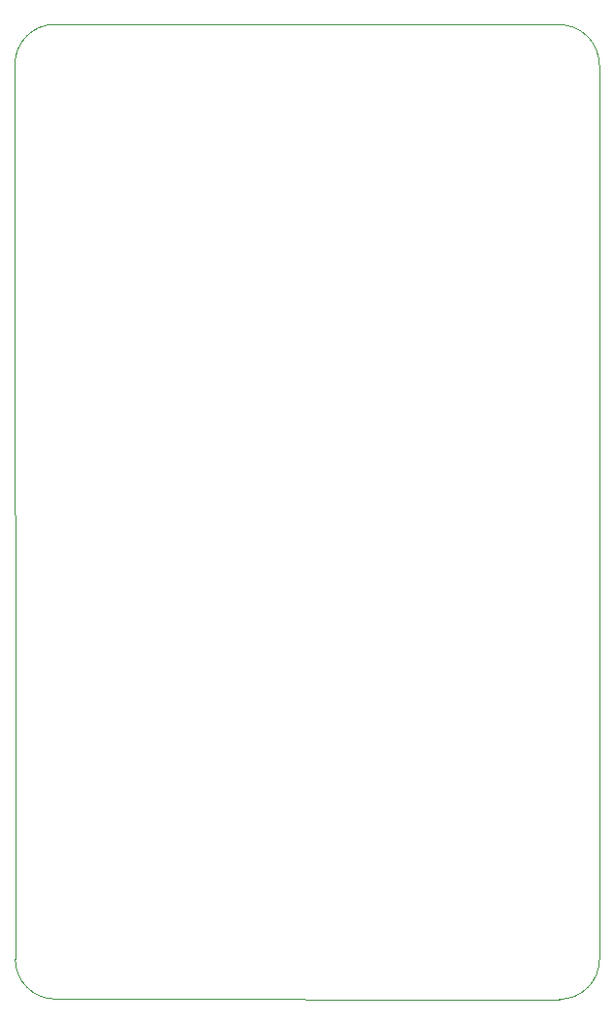
<source format=gbr>
%TF.GenerationSoftware,KiCad,Pcbnew,8.0.5*%
%TF.CreationDate,2024-10-31T16:18:24-07:00*%
%TF.ProjectId,CustomMotorshield,43757374-6f6d-44d6-9f74-6f7273686965,rev?*%
%TF.SameCoordinates,Original*%
%TF.FileFunction,Profile,NP*%
%FSLAX46Y46*%
G04 Gerber Fmt 4.6, Leading zero omitted, Abs format (unit mm)*
G04 Created by KiCad (PCBNEW 8.0.5) date 2024-10-31 16:18:24*
%MOMM*%
%LPD*%
G01*
G04 APERTURE LIST*
%TA.AperFunction,Profile*%
%ADD10C,0.050000*%
%TD*%
G04 APERTURE END LIST*
D10*
X105000000Y-68000000D02*
G75*
G02*
X108500000Y-71500000I0J-3500000D01*
G01*
X61025126Y-153000000D02*
G75*
G02*
X57525126Y-149500000I0J3500000D01*
G01*
X57500000Y-71474874D02*
G75*
G02*
X61000000Y-67974874I3500000J0D01*
G01*
X108525126Y-149525126D02*
G75*
G02*
X105025126Y-153025126I-3500000J0D01*
G01*
X57525126Y-149500000D02*
X57500000Y-71474874D01*
X105025126Y-153025126D02*
X61025126Y-153000000D01*
X108500000Y-71500000D02*
X108525126Y-149525126D01*
X61000000Y-67974874D02*
X105000000Y-68000000D01*
M02*

</source>
